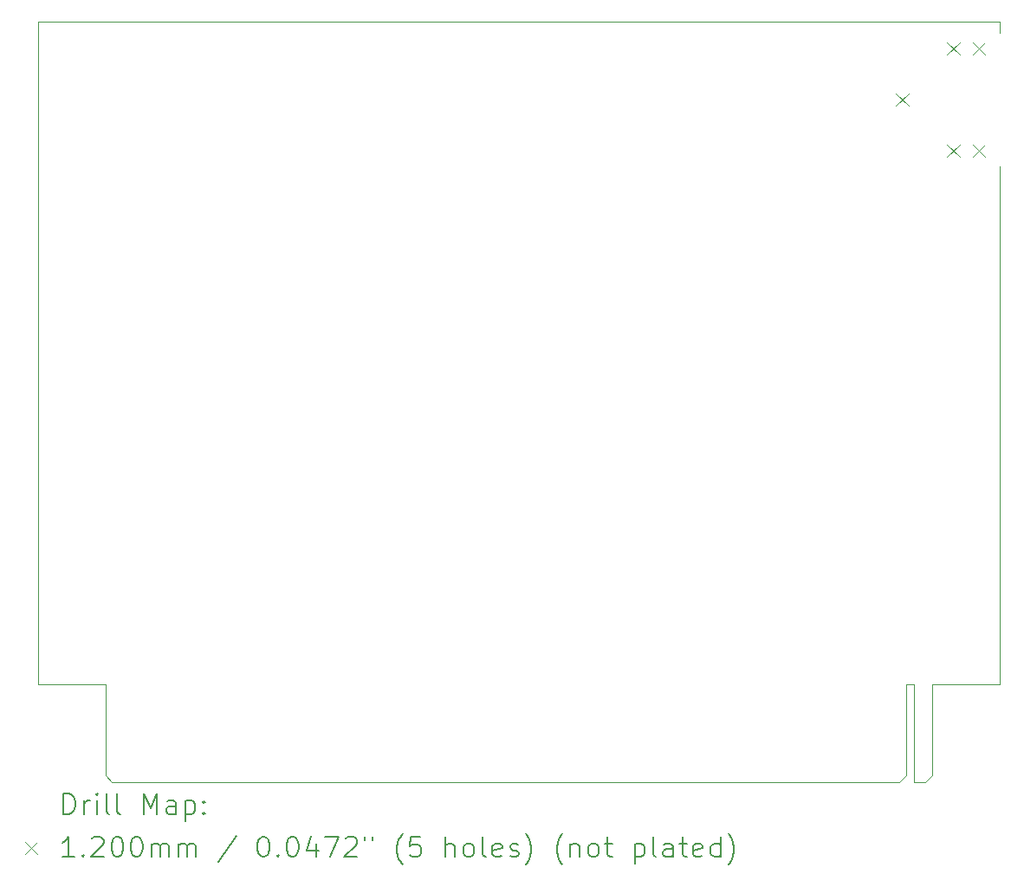
<source format=gbr>
%TF.GenerationSoftware,KiCad,Pcbnew,(6.0.8)*%
%TF.CreationDate,2022-10-26T09:36:13+07:00*%
%TF.ProjectId,TS_Ext_EPM3032,54535f45-7874-45f4-9550-4d333033322e,1.1*%
%TF.SameCoordinates,Original*%
%TF.FileFunction,Drillmap*%
%TF.FilePolarity,Positive*%
%FSLAX45Y45*%
G04 Gerber Fmt 4.5, Leading zero omitted, Abs format (unit mm)*
G04 Created by KiCad (PCBNEW (6.0.8)) date 2022-10-26 09:36:13*
%MOMM*%
%LPD*%
G01*
G04 APERTURE LIST*
%ADD10C,0.100000*%
%ADD11C,0.200000*%
%ADD12C,0.120000*%
G04 APERTURE END LIST*
D10*
X3454400Y-9017000D02*
X3454400Y-9906000D01*
X2794000Y-9017000D02*
X3454400Y-9017000D01*
X11531600Y-9017000D02*
X12192000Y-9017000D01*
X11277600Y-9017000D02*
X11277600Y-9906000D01*
X11353800Y-9969500D02*
X11468100Y-9969500D01*
X11531600Y-9017000D02*
X11531600Y-9906000D01*
X11468100Y-9969500D02*
X11531600Y-9906000D01*
X11214100Y-9969500D02*
X11277600Y-9906000D01*
X11277600Y-9017000D02*
X11353800Y-9017000D01*
X2794000Y-2540000D02*
X2794000Y-9017000D01*
X12192000Y-2540000D02*
X12192000Y-2652000D01*
X3517900Y-9969500D02*
X11214100Y-9969500D01*
X3517900Y-9969500D02*
X3454400Y-9906000D01*
X12192000Y-9017000D02*
X12192000Y-3952000D01*
X2794000Y-2540000D02*
X12192000Y-2540000D01*
X11353800Y-9017000D02*
X11353800Y-9969500D01*
D11*
D12*
X11182000Y-3242000D02*
X11302000Y-3362000D01*
X11302000Y-3242000D02*
X11182000Y-3362000D01*
X11682000Y-2742000D02*
X11802000Y-2862000D01*
X11802000Y-2742000D02*
X11682000Y-2862000D01*
X11682000Y-3742000D02*
X11802000Y-3862000D01*
X11802000Y-3742000D02*
X11682000Y-3862000D01*
X11932000Y-2742000D02*
X12052000Y-2862000D01*
X12052000Y-2742000D02*
X11932000Y-2862000D01*
X11932000Y-3742000D02*
X12052000Y-3862000D01*
X12052000Y-3742000D02*
X11932000Y-3862000D01*
D11*
X3046619Y-10284976D02*
X3046619Y-10084976D01*
X3094238Y-10084976D01*
X3122809Y-10094500D01*
X3141857Y-10113548D01*
X3151381Y-10132595D01*
X3160905Y-10170690D01*
X3160905Y-10199262D01*
X3151381Y-10237357D01*
X3141857Y-10256405D01*
X3122809Y-10275452D01*
X3094238Y-10284976D01*
X3046619Y-10284976D01*
X3246619Y-10284976D02*
X3246619Y-10151643D01*
X3246619Y-10189738D02*
X3256143Y-10170690D01*
X3265667Y-10161167D01*
X3284714Y-10151643D01*
X3303762Y-10151643D01*
X3370428Y-10284976D02*
X3370428Y-10151643D01*
X3370428Y-10084976D02*
X3360905Y-10094500D01*
X3370428Y-10104024D01*
X3379952Y-10094500D01*
X3370428Y-10084976D01*
X3370428Y-10104024D01*
X3494238Y-10284976D02*
X3475190Y-10275452D01*
X3465667Y-10256405D01*
X3465667Y-10084976D01*
X3599000Y-10284976D02*
X3579952Y-10275452D01*
X3570428Y-10256405D01*
X3570428Y-10084976D01*
X3827571Y-10284976D02*
X3827571Y-10084976D01*
X3894238Y-10227833D01*
X3960905Y-10084976D01*
X3960905Y-10284976D01*
X4141857Y-10284976D02*
X4141857Y-10180214D01*
X4132333Y-10161167D01*
X4113286Y-10151643D01*
X4075190Y-10151643D01*
X4056143Y-10161167D01*
X4141857Y-10275452D02*
X4122809Y-10284976D01*
X4075190Y-10284976D01*
X4056143Y-10275452D01*
X4046619Y-10256405D01*
X4046619Y-10237357D01*
X4056143Y-10218310D01*
X4075190Y-10208786D01*
X4122809Y-10208786D01*
X4141857Y-10199262D01*
X4237095Y-10151643D02*
X4237095Y-10351643D01*
X4237095Y-10161167D02*
X4256143Y-10151643D01*
X4294238Y-10151643D01*
X4313286Y-10161167D01*
X4322810Y-10170690D01*
X4332333Y-10189738D01*
X4332333Y-10246881D01*
X4322810Y-10265929D01*
X4313286Y-10275452D01*
X4294238Y-10284976D01*
X4256143Y-10284976D01*
X4237095Y-10275452D01*
X4418048Y-10265929D02*
X4427571Y-10275452D01*
X4418048Y-10284976D01*
X4408524Y-10275452D01*
X4418048Y-10265929D01*
X4418048Y-10284976D01*
X4418048Y-10161167D02*
X4427571Y-10170690D01*
X4418048Y-10180214D01*
X4408524Y-10170690D01*
X4418048Y-10161167D01*
X4418048Y-10180214D01*
D12*
X2669000Y-10554500D02*
X2789000Y-10674500D01*
X2789000Y-10554500D02*
X2669000Y-10674500D01*
D11*
X3151381Y-10704976D02*
X3037095Y-10704976D01*
X3094238Y-10704976D02*
X3094238Y-10504976D01*
X3075190Y-10533548D01*
X3056143Y-10552595D01*
X3037095Y-10562119D01*
X3237095Y-10685929D02*
X3246619Y-10695452D01*
X3237095Y-10704976D01*
X3227571Y-10695452D01*
X3237095Y-10685929D01*
X3237095Y-10704976D01*
X3322809Y-10524024D02*
X3332333Y-10514500D01*
X3351381Y-10504976D01*
X3399000Y-10504976D01*
X3418048Y-10514500D01*
X3427571Y-10524024D01*
X3437095Y-10543071D01*
X3437095Y-10562119D01*
X3427571Y-10590690D01*
X3313286Y-10704976D01*
X3437095Y-10704976D01*
X3560905Y-10504976D02*
X3579952Y-10504976D01*
X3599000Y-10514500D01*
X3608524Y-10524024D01*
X3618048Y-10543071D01*
X3627571Y-10581167D01*
X3627571Y-10628786D01*
X3618048Y-10666881D01*
X3608524Y-10685929D01*
X3599000Y-10695452D01*
X3579952Y-10704976D01*
X3560905Y-10704976D01*
X3541857Y-10695452D01*
X3532333Y-10685929D01*
X3522809Y-10666881D01*
X3513286Y-10628786D01*
X3513286Y-10581167D01*
X3522809Y-10543071D01*
X3532333Y-10524024D01*
X3541857Y-10514500D01*
X3560905Y-10504976D01*
X3751381Y-10504976D02*
X3770428Y-10504976D01*
X3789476Y-10514500D01*
X3799000Y-10524024D01*
X3808524Y-10543071D01*
X3818048Y-10581167D01*
X3818048Y-10628786D01*
X3808524Y-10666881D01*
X3799000Y-10685929D01*
X3789476Y-10695452D01*
X3770428Y-10704976D01*
X3751381Y-10704976D01*
X3732333Y-10695452D01*
X3722809Y-10685929D01*
X3713286Y-10666881D01*
X3703762Y-10628786D01*
X3703762Y-10581167D01*
X3713286Y-10543071D01*
X3722809Y-10524024D01*
X3732333Y-10514500D01*
X3751381Y-10504976D01*
X3903762Y-10704976D02*
X3903762Y-10571643D01*
X3903762Y-10590690D02*
X3913286Y-10581167D01*
X3932333Y-10571643D01*
X3960905Y-10571643D01*
X3979952Y-10581167D01*
X3989476Y-10600214D01*
X3989476Y-10704976D01*
X3989476Y-10600214D02*
X3999000Y-10581167D01*
X4018048Y-10571643D01*
X4046619Y-10571643D01*
X4065667Y-10581167D01*
X4075190Y-10600214D01*
X4075190Y-10704976D01*
X4170428Y-10704976D02*
X4170428Y-10571643D01*
X4170428Y-10590690D02*
X4179952Y-10581167D01*
X4199000Y-10571643D01*
X4227571Y-10571643D01*
X4246619Y-10581167D01*
X4256143Y-10600214D01*
X4256143Y-10704976D01*
X4256143Y-10600214D02*
X4265667Y-10581167D01*
X4284714Y-10571643D01*
X4313286Y-10571643D01*
X4332333Y-10581167D01*
X4341857Y-10600214D01*
X4341857Y-10704976D01*
X4732333Y-10495452D02*
X4560905Y-10752595D01*
X4989476Y-10504976D02*
X5008524Y-10504976D01*
X5027571Y-10514500D01*
X5037095Y-10524024D01*
X5046619Y-10543071D01*
X5056143Y-10581167D01*
X5056143Y-10628786D01*
X5046619Y-10666881D01*
X5037095Y-10685929D01*
X5027571Y-10695452D01*
X5008524Y-10704976D01*
X4989476Y-10704976D01*
X4970429Y-10695452D01*
X4960905Y-10685929D01*
X4951381Y-10666881D01*
X4941857Y-10628786D01*
X4941857Y-10581167D01*
X4951381Y-10543071D01*
X4960905Y-10524024D01*
X4970429Y-10514500D01*
X4989476Y-10504976D01*
X5141857Y-10685929D02*
X5151381Y-10695452D01*
X5141857Y-10704976D01*
X5132333Y-10695452D01*
X5141857Y-10685929D01*
X5141857Y-10704976D01*
X5275190Y-10504976D02*
X5294238Y-10504976D01*
X5313286Y-10514500D01*
X5322810Y-10524024D01*
X5332333Y-10543071D01*
X5341857Y-10581167D01*
X5341857Y-10628786D01*
X5332333Y-10666881D01*
X5322810Y-10685929D01*
X5313286Y-10695452D01*
X5294238Y-10704976D01*
X5275190Y-10704976D01*
X5256143Y-10695452D01*
X5246619Y-10685929D01*
X5237095Y-10666881D01*
X5227571Y-10628786D01*
X5227571Y-10581167D01*
X5237095Y-10543071D01*
X5246619Y-10524024D01*
X5256143Y-10514500D01*
X5275190Y-10504976D01*
X5513286Y-10571643D02*
X5513286Y-10704976D01*
X5465667Y-10495452D02*
X5418048Y-10638310D01*
X5541857Y-10638310D01*
X5599000Y-10504976D02*
X5732333Y-10504976D01*
X5646619Y-10704976D01*
X5799000Y-10524024D02*
X5808524Y-10514500D01*
X5827571Y-10504976D01*
X5875190Y-10504976D01*
X5894238Y-10514500D01*
X5903762Y-10524024D01*
X5913286Y-10543071D01*
X5913286Y-10562119D01*
X5903762Y-10590690D01*
X5789476Y-10704976D01*
X5913286Y-10704976D01*
X5989476Y-10504976D02*
X5989476Y-10543071D01*
X6065667Y-10504976D02*
X6065667Y-10543071D01*
X6360905Y-10781167D02*
X6351381Y-10771643D01*
X6332333Y-10743071D01*
X6322809Y-10724024D01*
X6313286Y-10695452D01*
X6303762Y-10647833D01*
X6303762Y-10609738D01*
X6313286Y-10562119D01*
X6322809Y-10533548D01*
X6332333Y-10514500D01*
X6351381Y-10485929D01*
X6360905Y-10476405D01*
X6532333Y-10504976D02*
X6437095Y-10504976D01*
X6427571Y-10600214D01*
X6437095Y-10590690D01*
X6456143Y-10581167D01*
X6503762Y-10581167D01*
X6522809Y-10590690D01*
X6532333Y-10600214D01*
X6541857Y-10619262D01*
X6541857Y-10666881D01*
X6532333Y-10685929D01*
X6522809Y-10695452D01*
X6503762Y-10704976D01*
X6456143Y-10704976D01*
X6437095Y-10695452D01*
X6427571Y-10685929D01*
X6779952Y-10704976D02*
X6779952Y-10504976D01*
X6865667Y-10704976D02*
X6865667Y-10600214D01*
X6856143Y-10581167D01*
X6837095Y-10571643D01*
X6808524Y-10571643D01*
X6789476Y-10581167D01*
X6779952Y-10590690D01*
X6989476Y-10704976D02*
X6970428Y-10695452D01*
X6960905Y-10685929D01*
X6951381Y-10666881D01*
X6951381Y-10609738D01*
X6960905Y-10590690D01*
X6970428Y-10581167D01*
X6989476Y-10571643D01*
X7018048Y-10571643D01*
X7037095Y-10581167D01*
X7046619Y-10590690D01*
X7056143Y-10609738D01*
X7056143Y-10666881D01*
X7046619Y-10685929D01*
X7037095Y-10695452D01*
X7018048Y-10704976D01*
X6989476Y-10704976D01*
X7170428Y-10704976D02*
X7151381Y-10695452D01*
X7141857Y-10676405D01*
X7141857Y-10504976D01*
X7322809Y-10695452D02*
X7303762Y-10704976D01*
X7265667Y-10704976D01*
X7246619Y-10695452D01*
X7237095Y-10676405D01*
X7237095Y-10600214D01*
X7246619Y-10581167D01*
X7265667Y-10571643D01*
X7303762Y-10571643D01*
X7322809Y-10581167D01*
X7332333Y-10600214D01*
X7332333Y-10619262D01*
X7237095Y-10638310D01*
X7408524Y-10695452D02*
X7427571Y-10704976D01*
X7465667Y-10704976D01*
X7484714Y-10695452D01*
X7494238Y-10676405D01*
X7494238Y-10666881D01*
X7484714Y-10647833D01*
X7465667Y-10638310D01*
X7437095Y-10638310D01*
X7418048Y-10628786D01*
X7408524Y-10609738D01*
X7408524Y-10600214D01*
X7418048Y-10581167D01*
X7437095Y-10571643D01*
X7465667Y-10571643D01*
X7484714Y-10581167D01*
X7560905Y-10781167D02*
X7570428Y-10771643D01*
X7589476Y-10743071D01*
X7599000Y-10724024D01*
X7608524Y-10695452D01*
X7618048Y-10647833D01*
X7618048Y-10609738D01*
X7608524Y-10562119D01*
X7599000Y-10533548D01*
X7589476Y-10514500D01*
X7570428Y-10485929D01*
X7560905Y-10476405D01*
X7922809Y-10781167D02*
X7913286Y-10771643D01*
X7894238Y-10743071D01*
X7884714Y-10724024D01*
X7875190Y-10695452D01*
X7865667Y-10647833D01*
X7865667Y-10609738D01*
X7875190Y-10562119D01*
X7884714Y-10533548D01*
X7894238Y-10514500D01*
X7913286Y-10485929D01*
X7922809Y-10476405D01*
X7999000Y-10571643D02*
X7999000Y-10704976D01*
X7999000Y-10590690D02*
X8008524Y-10581167D01*
X8027571Y-10571643D01*
X8056143Y-10571643D01*
X8075190Y-10581167D01*
X8084714Y-10600214D01*
X8084714Y-10704976D01*
X8208524Y-10704976D02*
X8189476Y-10695452D01*
X8179952Y-10685929D01*
X8170428Y-10666881D01*
X8170428Y-10609738D01*
X8179952Y-10590690D01*
X8189476Y-10581167D01*
X8208524Y-10571643D01*
X8237095Y-10571643D01*
X8256143Y-10581167D01*
X8265667Y-10590690D01*
X8275190Y-10609738D01*
X8275190Y-10666881D01*
X8265667Y-10685929D01*
X8256143Y-10695452D01*
X8237095Y-10704976D01*
X8208524Y-10704976D01*
X8332333Y-10571643D02*
X8408524Y-10571643D01*
X8360905Y-10504976D02*
X8360905Y-10676405D01*
X8370428Y-10695452D01*
X8389476Y-10704976D01*
X8408524Y-10704976D01*
X8627571Y-10571643D02*
X8627571Y-10771643D01*
X8627571Y-10581167D02*
X8646619Y-10571643D01*
X8684714Y-10571643D01*
X8703762Y-10581167D01*
X8713286Y-10590690D01*
X8722810Y-10609738D01*
X8722810Y-10666881D01*
X8713286Y-10685929D01*
X8703762Y-10695452D01*
X8684714Y-10704976D01*
X8646619Y-10704976D01*
X8627571Y-10695452D01*
X8837095Y-10704976D02*
X8818048Y-10695452D01*
X8808524Y-10676405D01*
X8808524Y-10504976D01*
X8999000Y-10704976D02*
X8999000Y-10600214D01*
X8989476Y-10581167D01*
X8970429Y-10571643D01*
X8932333Y-10571643D01*
X8913286Y-10581167D01*
X8999000Y-10695452D02*
X8979952Y-10704976D01*
X8932333Y-10704976D01*
X8913286Y-10695452D01*
X8903762Y-10676405D01*
X8903762Y-10657357D01*
X8913286Y-10638310D01*
X8932333Y-10628786D01*
X8979952Y-10628786D01*
X8999000Y-10619262D01*
X9065667Y-10571643D02*
X9141857Y-10571643D01*
X9094238Y-10504976D02*
X9094238Y-10676405D01*
X9103762Y-10695452D01*
X9122810Y-10704976D01*
X9141857Y-10704976D01*
X9284714Y-10695452D02*
X9265667Y-10704976D01*
X9227571Y-10704976D01*
X9208524Y-10695452D01*
X9199000Y-10676405D01*
X9199000Y-10600214D01*
X9208524Y-10581167D01*
X9227571Y-10571643D01*
X9265667Y-10571643D01*
X9284714Y-10581167D01*
X9294238Y-10600214D01*
X9294238Y-10619262D01*
X9199000Y-10638310D01*
X9465667Y-10704976D02*
X9465667Y-10504976D01*
X9465667Y-10695452D02*
X9446619Y-10704976D01*
X9408524Y-10704976D01*
X9389476Y-10695452D01*
X9379952Y-10685929D01*
X9370429Y-10666881D01*
X9370429Y-10609738D01*
X9379952Y-10590690D01*
X9389476Y-10581167D01*
X9408524Y-10571643D01*
X9446619Y-10571643D01*
X9465667Y-10581167D01*
X9541857Y-10781167D02*
X9551381Y-10771643D01*
X9570429Y-10743071D01*
X9579952Y-10724024D01*
X9589476Y-10695452D01*
X9599000Y-10647833D01*
X9599000Y-10609738D01*
X9589476Y-10562119D01*
X9579952Y-10533548D01*
X9570429Y-10514500D01*
X9551381Y-10485929D01*
X9541857Y-10476405D01*
M02*

</source>
